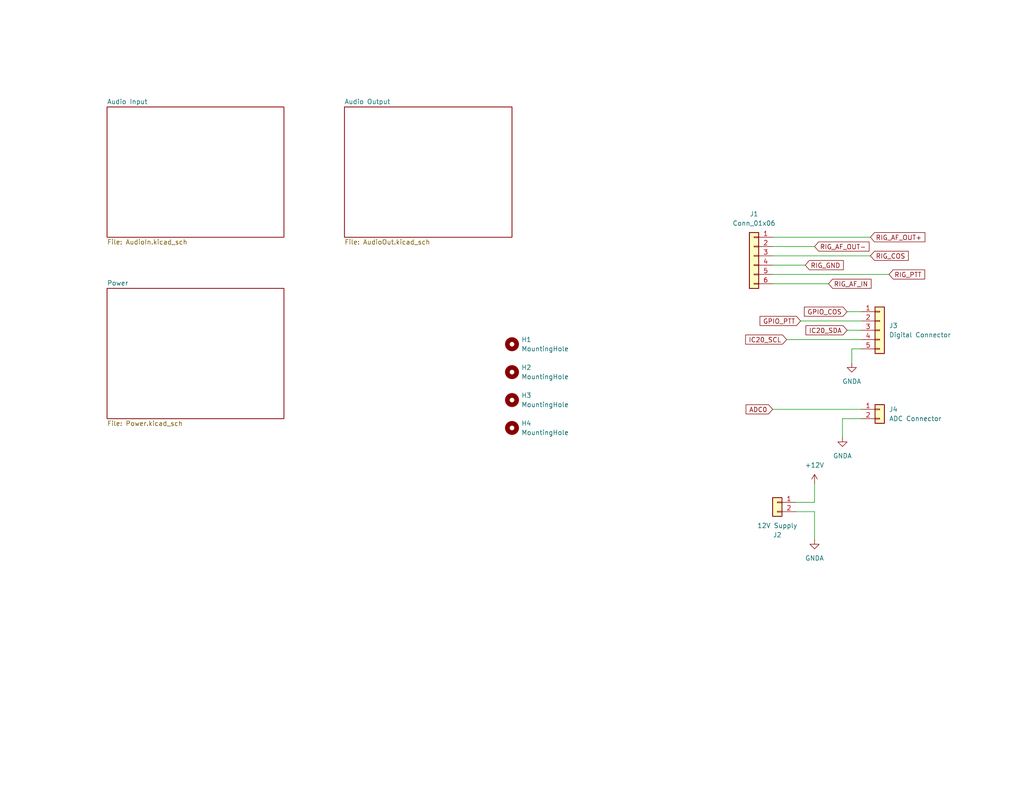
<source format=kicad_sch>
(kicad_sch (version 20230121) (generator eeschema)
  (paper "USLetter")
  (title_block (title "MicroLink - Top Level") (date "2024-02-17") (rev "0") (company "Bruce MacKinnon KC1FSZ") (comment 1 "Copyright (C) 2024 - Not For Commercial Use"))
  (lib_symbols
    (symbol "Connector_Generic:Conn_01x02" (pin_names (offset 1.016) hide)
      (property "Reference" "J" (at 0 2.54 0))
      (property "Value" "Conn_01x02" (at 0 -5.08 0))
      (symbol "Conn_01x02_1_1"
        (rectangle (start -1.27 -2.413) (end 0 -2.667) (stroke (width 0.1524)))
        (rectangle (start -1.27 0.127) (end 0 -0.127) (stroke (width 0.1524)))
        (rectangle (start -1.27 1.27) (end 1.27 -3.81) (stroke (width 0.254)) (fill (type background)))
        (pin passive line (at -5.08 0 0) (length 3.81) (name "Pin_1") (number "1"))
        (pin passive line (at -5.08 -2.54 0) (length 3.81) (name "Pin_2") (number "2"))
      )
    )
    (symbol "Connector_Generic:Conn_01x05" (pin_names (offset 1.016) hide)
      (property "Reference" "J" (at 0 7.62 0))
      (property "Value" "Conn_01x05" (at 0 -7.62 0))
      (symbol "Conn_01x05_1_1"
        (rectangle (start -1.27 -4.953) (end 0 -5.207) (stroke (width 0.1524)))
        (rectangle (start -1.27 -2.413) (end 0 -2.667) (stroke (width 0.1524)))
        (rectangle (start -1.27 0.127) (end 0 -0.127) (stroke (width 0.1524)))
        (rectangle (start -1.27 2.667) (end 0 2.413) (stroke (width 0.1524)))
        (rectangle (start -1.27 5.207) (end 0 4.953) (stroke (width 0.1524)))
        (rectangle (start -1.27 6.35) (end 1.27 -6.35) (stroke (width 0.254)) (fill (type background)))
        (pin passive line (at -5.08 5.08 0) (length 3.81) (name "Pin_1") (number "1"))
        (pin passive line (at -5.08 2.54 0) (length 3.81) (name "Pin_2") (number "2"))
        (pin passive line (at -5.08 0 0) (length 3.81) (name "Pin_3") (number "3"))
        (pin passive line (at -5.08 -2.54 0) (length 3.81) (name "Pin_4") (number "4"))
        (pin passive line (at -5.08 -5.08 0) (length 3.81) (name "Pin_5") (number "5"))
      )
    )
    (symbol "Connector_Generic:Conn_01x06" (pin_names (offset 1.016) hide)
      (property "Reference" "J" (at 0 7.62 0))
      (property "Value" "Conn_01x06" (at 0 -10.16 0))
      (symbol "Conn_01x06_1_1"
        (rectangle (start -1.27 -7.493) (end 0 -7.747) (stroke (width 0.1524)))
        (rectangle (start -1.27 -4.953) (end 0 -5.207) (stroke (width 0.1524)))
        (rectangle (start -1.27 -2.413) (end 0 -2.667) (stroke (width 0.1524)))
        (rectangle (start -1.27 0.127) (end 0 -0.127) (stroke (width 0.1524)))
        (rectangle (start -1.27 2.667) (end 0 2.413) (stroke (width 0.1524)))
        (rectangle (start -1.27 5.207) (end 0 4.953) (stroke (width 0.1524)))
        (rectangle (start -1.27 6.35) (end 1.27 -8.89) (stroke (width 0.254)) (fill (type background)))
        (pin passive line (at -5.08 5.08 0) (length 3.81) (name "Pin_1") (number "1"))
        (pin passive line (at -5.08 2.54 0) (length 3.81) (name "Pin_2") (number "2"))
        (pin passive line (at -5.08 0 0) (length 3.81) (name "Pin_3") (number "3"))
        (pin passive line (at -5.08 -2.54 0) (length 3.81) (name "Pin_4") (number "4"))
        (pin passive line (at -5.08 -5.08 0) (length 3.81) (name "Pin_5") (number "5"))
        (pin passive line (at -5.08 -7.62 0) (length 3.81) (name "Pin_6") (number "6"))
      )
    )
    (symbol "Mechanical:MountingHole" (pin_names (offset 1.016))
      (property "Reference" "H" (at 0 5.08 0))
      (property "Value" "MountingHole" (at 0 3.175 0))
      (symbol "MountingHole_0_1"
        (circle (center 0 0) (radius 1.27) (stroke (width 1.27)))
      )
    )
    (symbol "power:+12V" (power) (pin_names (offset 0))
      (property "Value" "+12V" (at 0 3.556 0))
      (symbol "+12V_0_1"
        (polyline (pts (xy -0.762 1.27) (xy 0 2.54)))
        (polyline (pts (xy 0 0) (xy 0 2.54)))
        (polyline (pts (xy 0 2.54) (xy 0.762 1.27)))
      )
      (symbol "+12V_1_1"
        (pin power_in line (at 0 0 90) (length 0) hide (name "+12V") (number "1"))
      )
    )
    (symbol "power:GNDA" (power) (pin_names (offset 0))
      (property "Value" "GNDA" (at 0 -3.81 0))
      (symbol "GNDA_0_1"
        (polyline (pts (xy 0 0) (xy 0 -1.27) (xy 1.27 -1.27) (xy 0 -2.54) (xy -1.27 -1.27) (xy 0 -1.27)))
      )
      (symbol "GNDA_1_1"
        (pin power_in line (at 0 0 270) (length 0) hide (name "GNDA") (number "1"))
      )
    )
  )
  (wire (pts (xy 234.95 114.3) (xy 229.87 114.3)))
  (wire (pts (xy 218.44 87.63) (xy 234.95 87.63)))
  (wire (pts (xy 210.82 69.85) (xy 237.49 69.85)))
  (wire (pts (xy 229.87 114.3) (xy 229.87 119.38)))
  (wire (pts (xy 210.82 74.93) (xy 242.57 74.93)))
  (wire (pts (xy 210.82 111.76) (xy 234.95 111.76)))
  (wire (pts (xy 210.82 64.77) (xy 237.49 64.77)))
  (wire (pts (xy 210.82 67.31) (xy 222.25 67.31)))
  (wire (pts (xy 217.17 139.7) (xy 222.25 139.7)))
  (wire (pts (xy 214.63 92.71) (xy 234.95 92.71)))
  (wire (pts (xy 231.14 85.09) (xy 234.95 85.09)))
  (wire (pts (xy 217.17 137.16) (xy 222.25 137.16)))
  (wire (pts (xy 232.41 95.25) (xy 232.41 99.06)))
  (wire (pts (xy 222.25 137.16) (xy 222.25 132.08)))
  (wire (pts (xy 234.95 95.25) (xy 232.41 95.25)))
  (wire (pts (xy 222.25 139.7) (xy 222.25 147.32)))
  (wire (pts (xy 210.82 77.47) (xy 226.06 77.47)))
  (wire (pts (xy 210.82 72.39) (xy 219.71 72.39)))
  (wire (pts (xy 231.14 90.17) (xy 234.95 90.17)))
  (global_label "ADC0" (shape input) (at 210.82 111.76 180) (property "Intersheetrefs" "${INTERSHEET_REFS}" (effects hide)))
  (global_label "RIG_PTT" (shape input) (at 242.57 74.93 0) (property "Intersheetrefs" "${INTERSHEET_REFS}" (effects hide)))
  (global_label "GPIO_COS" (shape input) (at 231.14 85.09 180) (property "Intersheetrefs" "${INTERSHEET_REFS}" (effects hide)))
  (global_label "RIG_AF_OUT-" (shape input) (at 222.25 67.31 0) (property "Intersheetrefs" "${INTERSHEET_REFS}" (effects hide)))
  (global_label "RIG_COS" (shape input) (at 237.49 69.85 0) (property "Intersheetrefs" "${INTERSHEET_REFS}" (effects hide)))
  (global_label "RIG_GND" (shape input) (at 219.71 72.39 0) (property "Intersheetrefs" "${INTERSHEET_REFS}" (effects hide)))
  (global_label "IC20_SDA" (shape input) (at 231.14 90.17 180) (property "Intersheetrefs" "${INTERSHEET_REFS}" (effects hide)))
  (global_label "RIG_AF_OUT+" (shape input) (at 237.49 64.77 0) (property "Intersheetrefs" "${INTERSHEET_REFS}" (effects hide)))
  (global_label "IC20_SCL" (shape input) (at 214.63 92.71 180) (property "Intersheetrefs" "${INTERSHEET_REFS}" (effects hide)))
  (global_label "GPIO_PTT" (shape input) (at 218.44 87.63 180) (property "Intersheetrefs" "${INTERSHEET_REFS}" (effects hide)))
  (global_label "RIG_AF_IN" (shape input) (at 226.06 77.47 0) (property "Intersheetrefs" "${INTERSHEET_REFS}" (effects hide)))
  (symbol (lib_id "power:+12V") (at 222.25 132.08 0) (unit 1)
    (property "Reference" "#PWR023" (effects hide))
    (property "Value" "+12V" (at 222.25 127 0))
  )
  (symbol (lib_id "Connector_Generic:Conn_01x05") (at 240.03 90.17 0) (unit 1)
    (property "Reference" "J3" (at 242.57 88.9 0) (effects (justify left)))
    (property "Value" "Digital Connector" (at 242.57 91.44 0) (effects (justify left)))
    (property "Footprint" "Connector_PinHeader_2.54mm:PinHeader_1x05_P2.54mm_Vertical" (effects hide))
  )
  (symbol (lib_id "Mechanical:MountingHole") (at 139.7 93.98 0) (unit 1)
    (property "Reference" "H1" (at 142.24 92.71 0) (effects (justify left)))
    (property "Value" "MountingHole" (at 142.24 95.25 0) (effects (justify left)))
    (property "Footprint" "MountingHole:MountingHole_4mm" (effects hide))
  )
  (symbol (lib_id "Connector_Generic:Conn_01x02") (at 212.09 137.16 0) (mirror y) (unit 1)
    (property "Reference" "J2" (at 212.09 146.05 0))
    (property "Value" "12V Supply" (at 212.09 143.51 0))
    (property "Footprint" "Connector_PinHeader_2.54mm:PinHeader_1x02_P2.54mm_Vertical" (effects hide))
  )
  (symbol (lib_id "Mechanical:MountingHole") (at 139.7 109.22 0) (unit 1)
    (property "Reference" "H3" (at 142.24 107.95 0) (effects (justify left)))
    (property "Value" "MountingHole" (at 142.24 110.49 0) (effects (justify left)))
    (property "Footprint" "MountingHole:MountingHole_4mm" (effects hide))
  )
  (symbol (lib_id "power:GNDA") (at 222.25 147.32 0) (unit 1)
    (property "Reference" "#PWR026" (effects hide))
    (property "Value" "GNDA" (at 222.25 152.4 0))
  )
  (symbol (lib_id "power:GNDA") (at 229.87 119.38 0) (unit 1)
    (property "Reference" "#PWR028" (effects hide))
    (property "Value" "GNDA" (at 229.87 124.46 0))
  )
  (symbol (lib_id "Connector_Generic:Conn_01x06") (at 205.74 69.85 0) (mirror y) (unit 1)
    (property "Reference" "J1" (at 205.74 58.42 0))
    (property "Value" "Conn_01x06" (at 205.74 60.96 0))
    (property "Footprint" "Connector_PinHeader_2.54mm:PinHeader_1x06_P2.54mm_Vertical" (effects hide))
  )
  (symbol (lib_id "Connector_Generic:Conn_01x02") (at 240.03 111.76 0) (unit 1)
    (property "Reference" "J4" (at 242.57 111.76 0) (effects (justify left)))
    (property "Value" "ADC Connector" (at 242.57 114.3 0) (effects (justify left)))
    (property "Footprint" "Connector_PinHeader_2.54mm:PinHeader_1x02_P2.54mm_Vertical" (effects hide))
  )
  (symbol (lib_id "power:GNDA") (at 232.41 99.06 0) (unit 1)
    (property "Reference" "#PWR027" (effects hide))
    (property "Value" "GNDA" (at 232.41 104.14 0))
  )
  (symbol (lib_id "Mechanical:MountingHole") (at 139.7 101.6 0) (unit 1)
    (property "Reference" "H2" (at 142.24 100.33 0) (effects (justify left)))
    (property "Value" "MountingHole" (at 142.24 102.87 0) (effects (justify left)))
    (property "Footprint" "MountingHole:MountingHole_4mm" (effects hide))
  )
  (symbol (lib_id "Mechanical:MountingHole") (at 139.7 116.84 0) (unit 1)
    (property "Reference" "H4" (at 142.24 115.57 0) (effects (justify left)))
    (property "Value" "MountingHole" (at 142.24 118.11 0) (effects (justify left)))
    (property "Footprint" "MountingHole:MountingHole_4mm" (effects hide))
  )
  (sheet (at 93.98 29.21) (size 45.72 35.56) (stroke (width 0.1524))
    (property "Sheetname" "Audio Output" (at 93.98 28.4984 0) (effects (justify left bottom)))
    (property "Sheetfile" "AudioOut.kicad_sch" (at 93.98 65.3546 0) (effects (justify left top)))
  )
  (sheet (at 29.21 29.21) (size 48.26 35.56) (stroke (width 0.1524))
    (property "Sheetname" "Audio Input" (at 29.21 28.4984 0) (effects (justify left bottom)))
    (property "Sheetfile" "AudioIn.kicad_sch" (at 29.21 65.3546 0) (effects (justify left top)))
  )
  (sheet (at 29.21 78.74) (size 48.26 35.56) (stroke (width 0.1524))
    (property "Sheetname" "Power" (at 29.21 78.0284 0) (effects (justify left bottom)))
    (property "Sheetfile" "Power.kicad_sch" (at 29.21 114.8846 0) (effects (justify left top)))
  )
)
</source>
